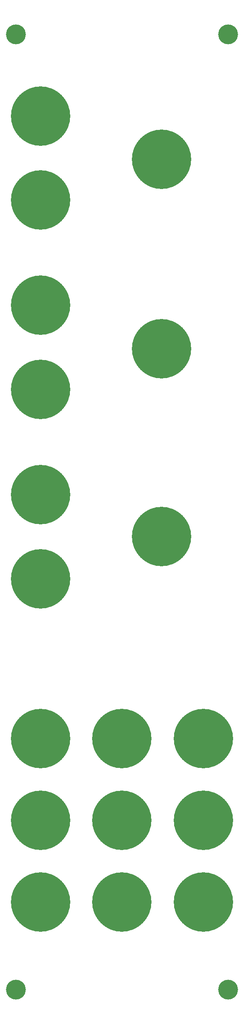
<source format=gts>
%TF.GenerationSoftware,KiCad,Pcbnew,9.0.0*%
%TF.CreationDate,2025-03-15T22:48:14+01:00*%
%TF.ProjectId,DMH_Multiverter_Mk2_PANEL,444d485f-4d75-46c7-9469-766572746572,rev?*%
%TF.SameCoordinates,Original*%
%TF.FileFunction,Soldermask,Top*%
%TF.FilePolarity,Negative*%
%FSLAX46Y46*%
G04 Gerber Fmt 4.6, Leading zero omitted, Abs format (unit mm)*
G04 Created by KiCad (PCBNEW 9.0.0) date 2025-03-15 22:48:14*
%MOMM*%
%LPD*%
G01*
G04 APERTURE LIST*
%ADD10C,4.000000*%
%ADD11C,0.500000*%
%ADD12C,12.000000*%
G04 APERTURE END LIST*
D10*
%TO.C,H3*%
X53500000Y-226500000D03*
%TD*%
D11*
%TO.C,H23*%
X52800000Y-192250000D03*
X54460000Y-188220000D03*
X54470000Y-196290000D03*
X58500000Y-186550000D03*
D12*
X58500000Y-192250000D03*
D11*
X58500000Y-197950000D03*
X62530000Y-196290000D03*
X62540000Y-188220000D03*
X64200000Y-192250000D03*
%TD*%
%TO.C,H27*%
X69300000Y-208750000D03*
X70960000Y-204720000D03*
X70970000Y-212790000D03*
X75000000Y-203050000D03*
D12*
X75000000Y-208750000D03*
D11*
X75000000Y-214450000D03*
X79030000Y-212790000D03*
X79040000Y-204720000D03*
X80700000Y-208750000D03*
%TD*%
%TO.C,H12*%
X52800000Y-143500000D03*
X54460000Y-139470000D03*
X54470000Y-147540000D03*
X58500000Y-137800000D03*
D12*
X58500000Y-143500000D03*
D11*
X58500000Y-149200000D03*
X62530000Y-147540000D03*
X62540000Y-139470000D03*
X64200000Y-143500000D03*
%TD*%
%TO.C,H5*%
X52800000Y-50000000D03*
X54460000Y-45970000D03*
X54470000Y-54040000D03*
X58500000Y-44300000D03*
D12*
X58500000Y-50000000D03*
D11*
X58500000Y-55700000D03*
X62530000Y-54040000D03*
X62540000Y-45970000D03*
X64200000Y-50000000D03*
%TD*%
%TO.C,H22*%
X85800000Y-175750000D03*
X87460000Y-171720000D03*
X87470000Y-179790000D03*
X91500000Y-170050000D03*
D12*
X91500000Y-175750000D03*
D11*
X91500000Y-181450000D03*
X95530000Y-179790000D03*
X95540000Y-171720000D03*
X97200000Y-175750000D03*
%TD*%
%TO.C,H24*%
X69300000Y-192250000D03*
X70960000Y-188220000D03*
X70970000Y-196290000D03*
X75000000Y-186550000D03*
D12*
X75000000Y-192250000D03*
D11*
X75000000Y-197950000D03*
X79030000Y-196290000D03*
X79040000Y-188220000D03*
X80700000Y-192250000D03*
%TD*%
%TO.C,H8*%
X52800000Y-88250000D03*
X54460000Y-84220000D03*
X54470000Y-92290000D03*
X58500000Y-82550000D03*
D12*
X58500000Y-88250000D03*
D11*
X58500000Y-93950000D03*
X62530000Y-92290000D03*
X62540000Y-84220000D03*
X64200000Y-88250000D03*
%TD*%
%TO.C,H26*%
X52800000Y-208750000D03*
X54460000Y-204720000D03*
X54470000Y-212790000D03*
X58500000Y-203050000D03*
D12*
X58500000Y-208750000D03*
D11*
X58500000Y-214450000D03*
X62530000Y-212790000D03*
X62540000Y-204720000D03*
X64200000Y-208750000D03*
%TD*%
D12*
%TO.C,H10*%
X83000000Y-97000000D03*
%TD*%
D11*
%TO.C,H28*%
X85800000Y-208750000D03*
X87460000Y-204720000D03*
X87470000Y-212790000D03*
X91500000Y-203050000D03*
D12*
X91500000Y-208750000D03*
D11*
X91500000Y-214450000D03*
X95530000Y-212790000D03*
X95540000Y-204720000D03*
X97200000Y-208750000D03*
%TD*%
%TO.C,H21*%
X69300000Y-175750000D03*
X70960000Y-171720000D03*
X70970000Y-179790000D03*
X75000000Y-170050000D03*
D12*
X75000000Y-175750000D03*
D11*
X75000000Y-181450000D03*
X79030000Y-179790000D03*
X79040000Y-171720000D03*
X80700000Y-175750000D03*
%TD*%
%TO.C,H25*%
X85800000Y-192250000D03*
X87460000Y-188220000D03*
X87470000Y-196290000D03*
X91500000Y-186550000D03*
D12*
X91500000Y-192250000D03*
D11*
X91500000Y-197950000D03*
X95530000Y-196290000D03*
X95540000Y-188220000D03*
X97200000Y-192250000D03*
%TD*%
%TO.C,H11*%
X52800000Y-126500000D03*
X54460000Y-122470000D03*
X54470000Y-130540000D03*
X58500000Y-120800000D03*
D12*
X58500000Y-126500000D03*
D11*
X58500000Y-132200000D03*
X62530000Y-130540000D03*
X62540000Y-122470000D03*
X64200000Y-126500000D03*
%TD*%
%TO.C,H9*%
X52800000Y-105250000D03*
X54460000Y-101220000D03*
X54470000Y-109290000D03*
X58500000Y-99550000D03*
D12*
X58500000Y-105250000D03*
D11*
X58500000Y-110950000D03*
X62530000Y-109290000D03*
X62540000Y-101220000D03*
X64200000Y-105250000D03*
%TD*%
D12*
%TO.C,H7*%
X83000000Y-58750000D03*
%TD*%
D10*
%TO.C,H2*%
X96500000Y-33500000D03*
%TD*%
%TO.C,H4*%
X96500000Y-226500000D03*
%TD*%
D11*
%TO.C,H20*%
X52800000Y-175750000D03*
X54460000Y-171720000D03*
X54470000Y-179790000D03*
X58500000Y-170050000D03*
D12*
X58500000Y-175750000D03*
D11*
X58500000Y-181450000D03*
X62530000Y-179790000D03*
X62540000Y-171720000D03*
X64200000Y-175750000D03*
%TD*%
%TO.C,H6*%
X52800000Y-67000000D03*
X54460000Y-62970000D03*
X54470000Y-71040000D03*
X58500000Y-61300000D03*
D12*
X58500000Y-67000000D03*
D11*
X58500000Y-72700000D03*
X62530000Y-71040000D03*
X62540000Y-62970000D03*
X64200000Y-67000000D03*
%TD*%
D10*
%TO.C,H1*%
X53500000Y-33500000D03*
%TD*%
D12*
%TO.C,H13*%
X83000000Y-135000000D03*
%TD*%
M02*

</source>
